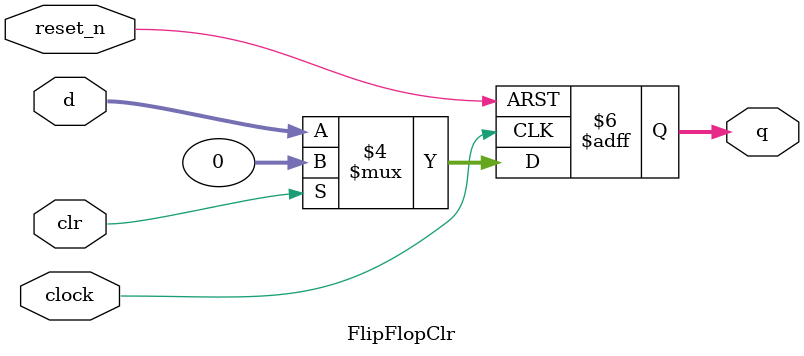
<source format=sv>

module FlipFlopClr
//-----------------Parameters-----------------\\
#(
    parameter WIDTH = 32  
)
//-----------------Ports-----------------\\
(
    input logic reset_n,
    input logic clock,
	 input logic clr,
    input logic [(WIDTH-1):0] d,
	 
    output logic [(WIDTH-1):0] q
	 
);

//-----------------Output logic-----------------\\
	always_ff @(posedge clock or negedge reset_n) begin
		 if (!reset_n) q <= {WIDTH{1'b0}};
		 
		 else if (clr) q <= {WIDTH{1'b0}};
		 
		 else       q <= d;
	end
endmodule

</source>
